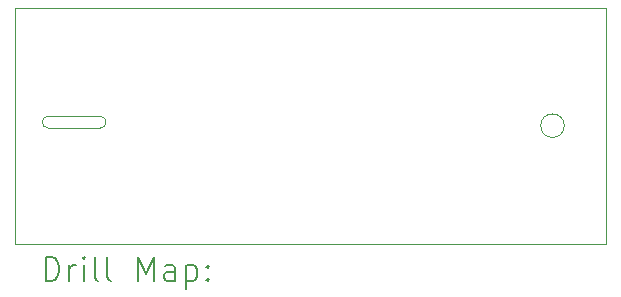
<source format=gbr>
%TF.GenerationSoftware,KiCad,Pcbnew,8.0.5*%
%TF.CreationDate,2024-10-13T18:52:02+02:00*%
%TF.ProjectId,DCDC_converter,44434443-5f63-46f6-9e76-65727465722e,rev?*%
%TF.SameCoordinates,Original*%
%TF.FileFunction,Drillmap*%
%TF.FilePolarity,Positive*%
%FSLAX45Y45*%
G04 Gerber Fmt 4.5, Leading zero omitted, Abs format (unit mm)*
G04 Created by KiCad (PCBNEW 8.0.5) date 2024-10-13 18:52:02*
%MOMM*%
%LPD*%
G01*
G04 APERTURE LIST*
%ADD10C,0.050000*%
%ADD11C,0.200000*%
G04 APERTURE END LIST*
D10*
X9650000Y-6000000D02*
G75*
G02*
X9450000Y-6000000I-100000J0D01*
G01*
X9450000Y-6000000D02*
G75*
G02*
X9650000Y-6000000I100000J0D01*
G01*
X5280000Y-6020000D02*
G75*
G02*
X5280000Y-5920000I0J50000D01*
G01*
X5720000Y-5920000D02*
G75*
G02*
X5720000Y-6020000I0J-50000D01*
G01*
X5720000Y-6020000D02*
X5280000Y-6020000D01*
X5280000Y-5920000D02*
X5720000Y-5920000D01*
X10000000Y-7000000D02*
X5000000Y-7000000D01*
X10000000Y-5000000D02*
X10000000Y-7000000D01*
X5000000Y-5000000D02*
X10000000Y-5000000D01*
X5000000Y-7000000D02*
X5000000Y-5000000D01*
D11*
X5258277Y-7313984D02*
X5258277Y-7113984D01*
X5258277Y-7113984D02*
X5305896Y-7113984D01*
X5305896Y-7113984D02*
X5334467Y-7123508D01*
X5334467Y-7123508D02*
X5353515Y-7142555D01*
X5353515Y-7142555D02*
X5363039Y-7161603D01*
X5363039Y-7161603D02*
X5372563Y-7199698D01*
X5372563Y-7199698D02*
X5372563Y-7228269D01*
X5372563Y-7228269D02*
X5363039Y-7266365D01*
X5363039Y-7266365D02*
X5353515Y-7285412D01*
X5353515Y-7285412D02*
X5334467Y-7304460D01*
X5334467Y-7304460D02*
X5305896Y-7313984D01*
X5305896Y-7313984D02*
X5258277Y-7313984D01*
X5458277Y-7313984D02*
X5458277Y-7180650D01*
X5458277Y-7218746D02*
X5467801Y-7199698D01*
X5467801Y-7199698D02*
X5477324Y-7190174D01*
X5477324Y-7190174D02*
X5496372Y-7180650D01*
X5496372Y-7180650D02*
X5515420Y-7180650D01*
X5582086Y-7313984D02*
X5582086Y-7180650D01*
X5582086Y-7113984D02*
X5572563Y-7123508D01*
X5572563Y-7123508D02*
X5582086Y-7133031D01*
X5582086Y-7133031D02*
X5591610Y-7123508D01*
X5591610Y-7123508D02*
X5582086Y-7113984D01*
X5582086Y-7113984D02*
X5582086Y-7133031D01*
X5705896Y-7313984D02*
X5686848Y-7304460D01*
X5686848Y-7304460D02*
X5677324Y-7285412D01*
X5677324Y-7285412D02*
X5677324Y-7113984D01*
X5810658Y-7313984D02*
X5791610Y-7304460D01*
X5791610Y-7304460D02*
X5782086Y-7285412D01*
X5782086Y-7285412D02*
X5782086Y-7113984D01*
X6039229Y-7313984D02*
X6039229Y-7113984D01*
X6039229Y-7113984D02*
X6105896Y-7256841D01*
X6105896Y-7256841D02*
X6172562Y-7113984D01*
X6172562Y-7113984D02*
X6172562Y-7313984D01*
X6353515Y-7313984D02*
X6353515Y-7209222D01*
X6353515Y-7209222D02*
X6343991Y-7190174D01*
X6343991Y-7190174D02*
X6324943Y-7180650D01*
X6324943Y-7180650D02*
X6286848Y-7180650D01*
X6286848Y-7180650D02*
X6267801Y-7190174D01*
X6353515Y-7304460D02*
X6334467Y-7313984D01*
X6334467Y-7313984D02*
X6286848Y-7313984D01*
X6286848Y-7313984D02*
X6267801Y-7304460D01*
X6267801Y-7304460D02*
X6258277Y-7285412D01*
X6258277Y-7285412D02*
X6258277Y-7266365D01*
X6258277Y-7266365D02*
X6267801Y-7247317D01*
X6267801Y-7247317D02*
X6286848Y-7237793D01*
X6286848Y-7237793D02*
X6334467Y-7237793D01*
X6334467Y-7237793D02*
X6353515Y-7228269D01*
X6448753Y-7180650D02*
X6448753Y-7380650D01*
X6448753Y-7190174D02*
X6467801Y-7180650D01*
X6467801Y-7180650D02*
X6505896Y-7180650D01*
X6505896Y-7180650D02*
X6524943Y-7190174D01*
X6524943Y-7190174D02*
X6534467Y-7199698D01*
X6534467Y-7199698D02*
X6543991Y-7218746D01*
X6543991Y-7218746D02*
X6543991Y-7275888D01*
X6543991Y-7275888D02*
X6534467Y-7294936D01*
X6534467Y-7294936D02*
X6524943Y-7304460D01*
X6524943Y-7304460D02*
X6505896Y-7313984D01*
X6505896Y-7313984D02*
X6467801Y-7313984D01*
X6467801Y-7313984D02*
X6448753Y-7304460D01*
X6629705Y-7294936D02*
X6639229Y-7304460D01*
X6639229Y-7304460D02*
X6629705Y-7313984D01*
X6629705Y-7313984D02*
X6620182Y-7304460D01*
X6620182Y-7304460D02*
X6629705Y-7294936D01*
X6629705Y-7294936D02*
X6629705Y-7313984D01*
X6629705Y-7190174D02*
X6639229Y-7199698D01*
X6639229Y-7199698D02*
X6629705Y-7209222D01*
X6629705Y-7209222D02*
X6620182Y-7199698D01*
X6620182Y-7199698D02*
X6629705Y-7190174D01*
X6629705Y-7190174D02*
X6629705Y-7209222D01*
M02*

</source>
